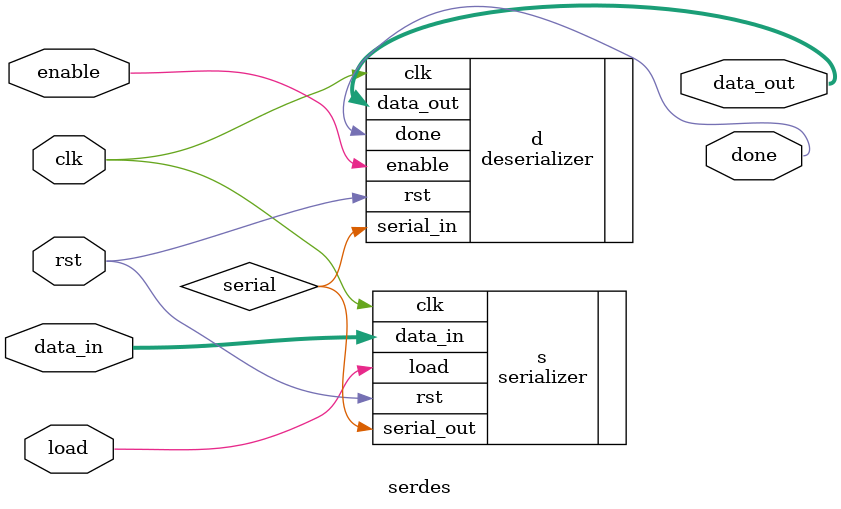
<source format=v>
module serdes(
	input wire clk,
	input wire rst,
	input wire load,
	input wire [7:0] data_in,
	input wire enable,
	output wire [7:0] data_out,
	output wire done
);

	wire serial;
	 
	serializer s (.clk(clk), .rst(rst), .load(load), .data_in(data_in), .serial_out(serial));
	deserializer d (.clk(clk), .rst(rst), .serial_in(serial), .enable(enable), .data_out(data_out), .done(done));

endmodule

</source>
